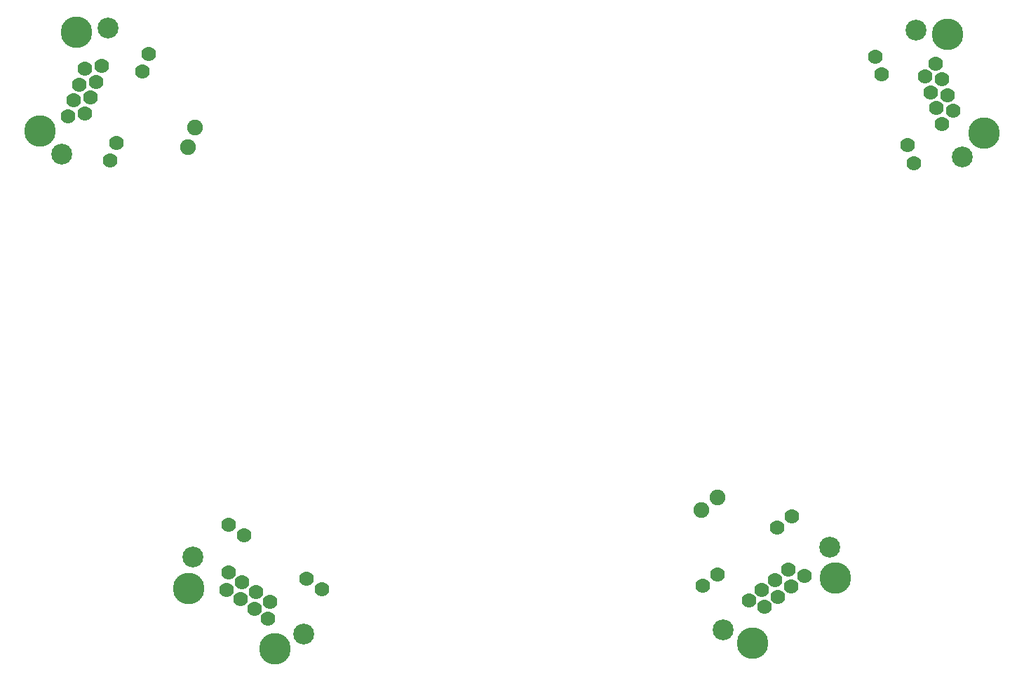
<source format=gts>
G04 #@! TF.FileFunction,Soldermask,Top*
%FSLAX46Y46*%
G04 Gerber Fmt 4.6, Leading zero omitted, Abs format (unit mm)*
G04 Created by KiCad (PCBNEW 4.0.7) date 10/05/18 09:29:35*
%MOMM*%
%LPD*%
G01*
G04 APERTURE LIST*
%ADD10C,0.100000*%
%ADD11C,1.908000*%
%ADD12C,2.508000*%
%ADD13C,1.778000*%
%ADD14C,3.808000*%
G04 APERTURE END LIST*
D10*
D11*
X71001167Y-139647833D03*
X70146117Y-141997065D03*
X132130800Y-185851800D03*
X134100827Y-184312646D03*
D12*
X70789237Y-191540658D03*
D13*
X86335256Y-195455475D03*
X84467590Y-194147720D03*
X76972348Y-188899496D03*
X75104682Y-187591742D03*
X75043245Y-193432857D03*
X76706124Y-194597217D03*
X78369002Y-195761577D03*
X80031881Y-196925937D03*
X76520693Y-196640356D03*
X78183571Y-197804716D03*
X74849623Y-195470260D03*
X79846450Y-198969076D03*
D14*
X80675000Y-202650000D03*
X70271769Y-195365580D03*
D12*
X84100458Y-200861275D03*
X163607230Y-143161385D03*
D13*
X153118123Y-131037724D03*
X153897929Y-133180223D03*
X157027413Y-141778411D03*
X157807219Y-143920910D03*
X161207871Y-139171387D03*
X160513570Y-137263810D03*
X159819271Y-135356235D03*
X159124969Y-133448659D03*
X161837363Y-135696529D03*
X161143062Y-133788953D03*
X162535084Y-137613502D03*
X160448761Y-131881377D03*
D14*
X161881344Y-128390903D03*
X166225000Y-140325000D03*
D12*
X158049403Y-127891380D03*
X60492520Y-127593940D03*
D13*
X60734703Y-143623471D03*
X61514509Y-141480971D03*
X64643993Y-132882784D03*
X65423799Y-130740285D03*
X59765814Y-132192733D03*
X59071513Y-134100309D03*
X58377212Y-136007885D03*
X57682910Y-137915461D03*
X57050000Y-134450000D03*
X56355699Y-136357576D03*
X57747721Y-132533027D03*
X55661398Y-138265152D03*
D14*
X52320343Y-140018163D03*
X56663998Y-128084067D03*
D12*
X54934692Y-142863945D03*
X134803151Y-200312221D03*
D13*
X143092125Y-186590071D03*
X141295460Y-187993779D03*
X134085162Y-193627082D03*
X132288497Y-195030790D03*
X137856421Y-196797319D03*
X139456083Y-195547526D03*
X141055745Y-194297733D03*
X142655407Y-193047941D03*
X141355731Y-196322211D03*
X142955393Y-195072418D03*
X139748189Y-197578160D03*
X144555055Y-193822625D03*
D14*
X148317385Y-194106477D03*
X138309649Y-201925378D03*
D12*
X147608325Y-190307722D03*
M02*

</source>
